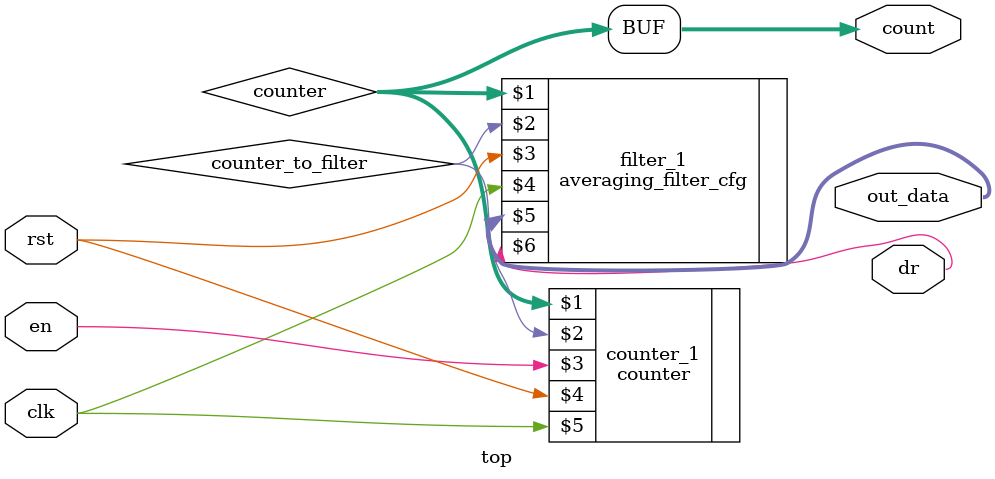
<source format=v>
module top(count, out_data, dr, en, rst, clk);

	parameter WIDTH = 8;

	output [WIDTH-1: 0] count;
	output [WIDTH-1: 0] out_data;
	output dr;
	input  en, clk, rst;

	wire [WIDTH-1: 0] counter;
	wire counter_to_filter;

	assign count = counter;
	counter #(WIDTH) counter_1 (counter,
	                            counter_to_filter,
	                            en,
	                            rst,
	                            clk);
	averaging_filter_cfg filter_1(counter,
	                              counter_to_filter,
	                              rst,
	                              clk,
	                              out_data,
	                              dr);

endmodule // top

</source>
